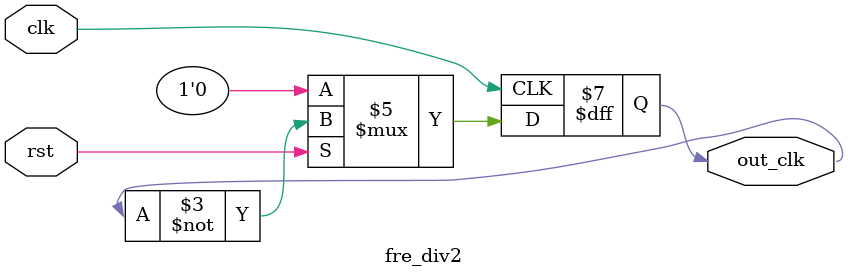
<source format=v>

module fre_div2 ( clk ,rst,out_clk );
output reg out_clk;
input clk ;
input rst;
always @(posedge clk)
begin
if (~rst)
     out_clk <= 1'b0;
else
     out_clk <= ~out_clk;	
end
endmodule
 
 
</source>
